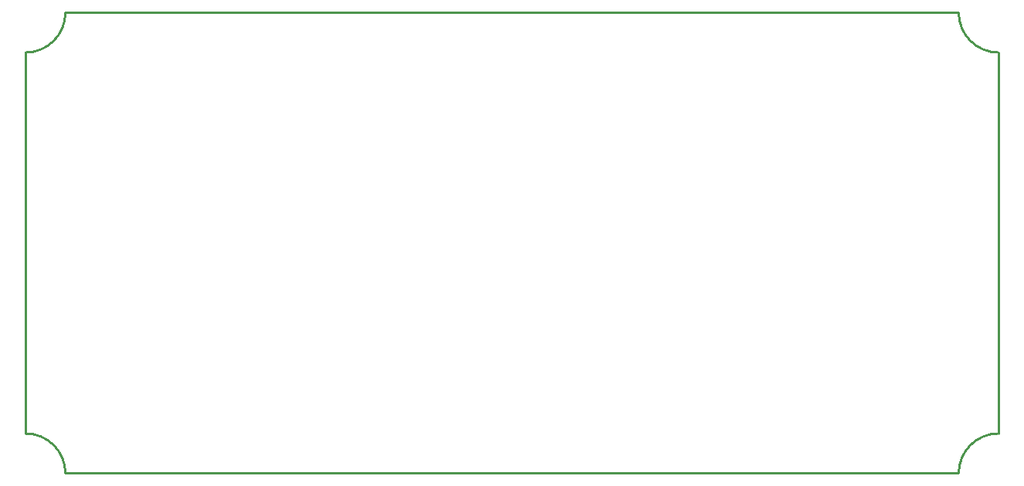
<source format=gm1>
G04 Layer_Color=16711935*
%FSLAX43Y43*%
%MOMM*%
G71*
G01*
G75*
%ADD30C,0.254*%
D30*
X0Y46177D02*
G03*
X4369Y50546I0J4369D01*
G01*
X102311D02*
G03*
X106680Y46177I4369J0D01*
G01*
Y4369D02*
G03*
X102311Y0I0J-4369D01*
G01*
X4369D02*
G03*
X0Y4369I-4369J0D01*
G01*
X4369Y50546D02*
X102312D01*
X106680Y4369D02*
Y46177D01*
X0Y4369D02*
Y46177D01*
X4369Y0D02*
X102311D01*
M02*

</source>
